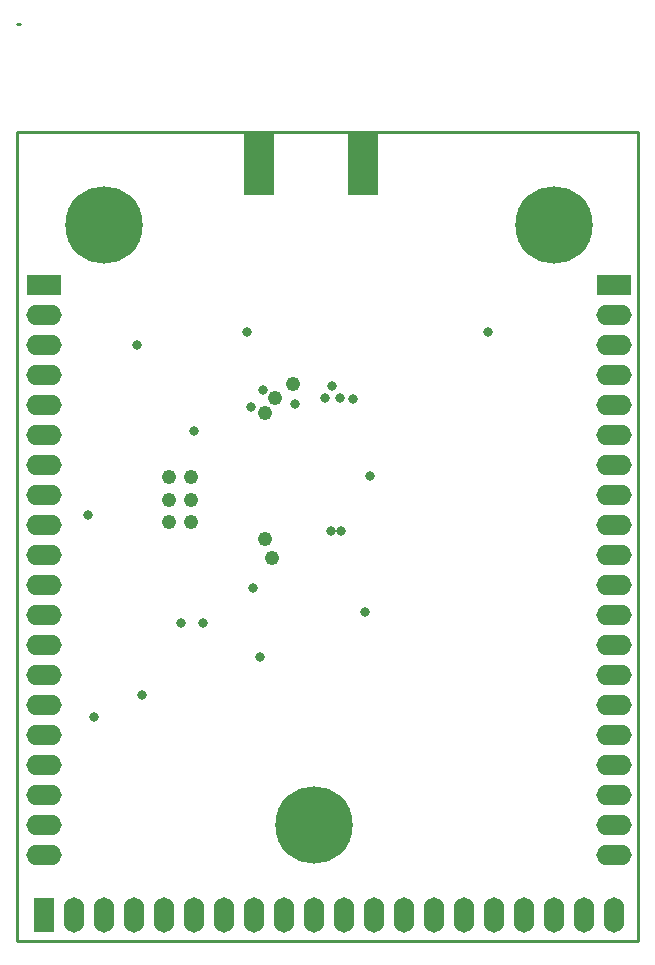
<source format=gbs>
G04 Layer_Color=16711935*
%FSLAX25Y25*%
%MOIN*%
G70*
G01*
G75*
%ADD22C,0.01000*%
%ADD53R,0.10308X0.20800*%
%ADD56C,0.25800*%
%ADD57O,0.11800X0.06800*%
%ADD58R,0.11800X0.06800*%
%ADD59O,0.06800X0.11800*%
%ADD60R,0.06800X0.11800*%
%ADD61C,0.03200*%
%ADD62C,0.04800*%
D22*
X99500Y406000D02*
X100500D01*
X136500Y370000D02*
X306500D01*
Y362500D02*
Y370000D01*
X99500Y100500D02*
Y362500D01*
X306500Y100500D02*
Y362500D01*
X99500Y100500D02*
X306500D01*
X99500Y370000D02*
X136500D01*
X99500Y362500D02*
Y370000D01*
D53*
X180246Y359500D02*
D03*
X214754D02*
D03*
D56*
X278500Y339000D02*
D03*
X128500D02*
D03*
X198500Y139000D02*
D03*
D57*
X298500Y129000D02*
D03*
Y139000D02*
D03*
Y149000D02*
D03*
Y159000D02*
D03*
Y169000D02*
D03*
Y179000D02*
D03*
Y189000D02*
D03*
Y199000D02*
D03*
Y209000D02*
D03*
Y219000D02*
D03*
Y229000D02*
D03*
Y239000D02*
D03*
Y249000D02*
D03*
Y259000D02*
D03*
Y269000D02*
D03*
Y279000D02*
D03*
Y289000D02*
D03*
Y299000D02*
D03*
Y309000D02*
D03*
X108500Y129000D02*
D03*
Y139000D02*
D03*
Y149000D02*
D03*
Y159000D02*
D03*
Y169000D02*
D03*
Y179000D02*
D03*
Y189000D02*
D03*
Y199000D02*
D03*
Y209000D02*
D03*
Y219000D02*
D03*
Y229000D02*
D03*
Y239000D02*
D03*
Y249000D02*
D03*
Y259000D02*
D03*
Y269000D02*
D03*
Y279000D02*
D03*
Y289000D02*
D03*
Y299000D02*
D03*
Y309000D02*
D03*
D58*
X298500Y319000D02*
D03*
X108500D02*
D03*
D59*
X298500Y109000D02*
D03*
X288500D02*
D03*
X278500D02*
D03*
X268500D02*
D03*
X258500D02*
D03*
X248500D02*
D03*
X238500D02*
D03*
X228500D02*
D03*
X218500D02*
D03*
X208500D02*
D03*
X198500D02*
D03*
X188500D02*
D03*
X178500D02*
D03*
X168500D02*
D03*
X158500D02*
D03*
X148500D02*
D03*
X138500D02*
D03*
X128500D02*
D03*
X118500D02*
D03*
D60*
X108500D02*
D03*
D61*
X215500Y210000D02*
D03*
X180500Y195000D02*
D03*
X211500Y281000D02*
D03*
X207000Y281500D02*
D03*
X204500Y285500D02*
D03*
X202000Y281500D02*
D03*
X154000Y206500D02*
D03*
X161500D02*
D03*
X139500Y299000D02*
D03*
X217000Y255500D02*
D03*
X204000Y237000D02*
D03*
X207500D02*
D03*
X177500Y278500D02*
D03*
X192000Y279500D02*
D03*
X123000Y242500D02*
D03*
X181500Y284000D02*
D03*
X158500Y270500D02*
D03*
X141000Y182500D02*
D03*
X125000Y175000D02*
D03*
X178000Y218000D02*
D03*
X256500Y303500D02*
D03*
X176000D02*
D03*
D62*
X157500Y240000D02*
D03*
Y247500D02*
D03*
Y255000D02*
D03*
X150000D02*
D03*
Y247500D02*
D03*
Y240000D02*
D03*
X182000Y234500D02*
D03*
X184500Y228000D02*
D03*
X185500Y281500D02*
D03*
X182000Y276500D02*
D03*
X191500Y286000D02*
D03*
M02*

</source>
